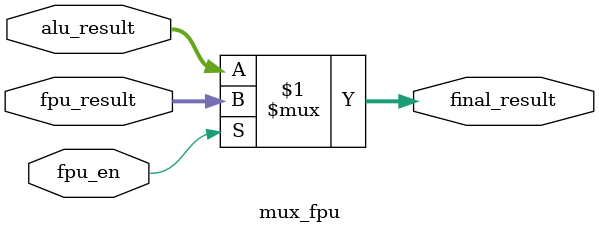
<source format=v>

module mux_fpu (
    input  wire [31:0] alu_result,
    input  wire [31:0] fpu_result,
    input  wire        fpu_en,
    output wire [31:0] final_result
);

    assign final_result = (fpu_en) ? fpu_result : alu_result;

endmodule

</source>
